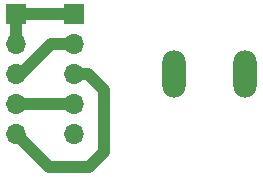
<source format=gbr>
G04 #@! TF.GenerationSoftware,KiCad,Pcbnew,7.0.2-0*
G04 #@! TF.CreationDate,2023-08-02T16:53:42+09:00*
G04 #@! TF.ProjectId,LCD_board2,4c43445f-626f-4617-9264-322e6b696361,rev?*
G04 #@! TF.SameCoordinates,Original*
G04 #@! TF.FileFunction,Copper,L1,Top*
G04 #@! TF.FilePolarity,Positive*
%FSLAX46Y46*%
G04 Gerber Fmt 4.6, Leading zero omitted, Abs format (unit mm)*
G04 Created by KiCad (PCBNEW 7.0.2-0) date 2023-08-02 16:53:42*
%MOMM*%
%LPD*%
G01*
G04 APERTURE LIST*
G04 #@! TA.AperFunction,ComponentPad*
%ADD10R,1.700000X1.700000*%
G04 #@! TD*
G04 #@! TA.AperFunction,ComponentPad*
%ADD11O,1.700000X1.700000*%
G04 #@! TD*
G04 #@! TA.AperFunction,ComponentPad*
%ADD12O,2.000000X4.000000*%
G04 #@! TD*
G04 #@! TA.AperFunction,Conductor*
%ADD13C,1.000000*%
G04 #@! TD*
G04 APERTURE END LIST*
D10*
X129500000Y-99568000D03*
D11*
X129500000Y-102108000D03*
X129500000Y-104648000D03*
X129500000Y-107188000D03*
X129500000Y-109728000D03*
D10*
X134366000Y-99568000D03*
D11*
X134366000Y-102108000D03*
X134366000Y-104648000D03*
X134366000Y-107188000D03*
X134366000Y-109728000D03*
D12*
X148844000Y-104648000D03*
X142844000Y-104648000D03*
D13*
X129500000Y-102108000D02*
X129500000Y-99568000D01*
X129500000Y-99568000D02*
X134366000Y-99568000D01*
X132399138Y-102108000D02*
X129859138Y-104648000D01*
X129859138Y-104648000D02*
X129500000Y-104648000D01*
X134366000Y-102108000D02*
X132399138Y-102108000D01*
X135636000Y-112522000D02*
X132294000Y-112522000D01*
X136906000Y-105985919D02*
X136906000Y-111252000D01*
X134366000Y-104648000D02*
X135568081Y-104648000D01*
X135568081Y-104648000D02*
X136906000Y-105985919D01*
X136906000Y-111252000D02*
X135636000Y-112522000D01*
X132294000Y-112522000D02*
X129500000Y-109728000D01*
X129500000Y-107188000D02*
X134366000Y-107188000D01*
M02*

</source>
